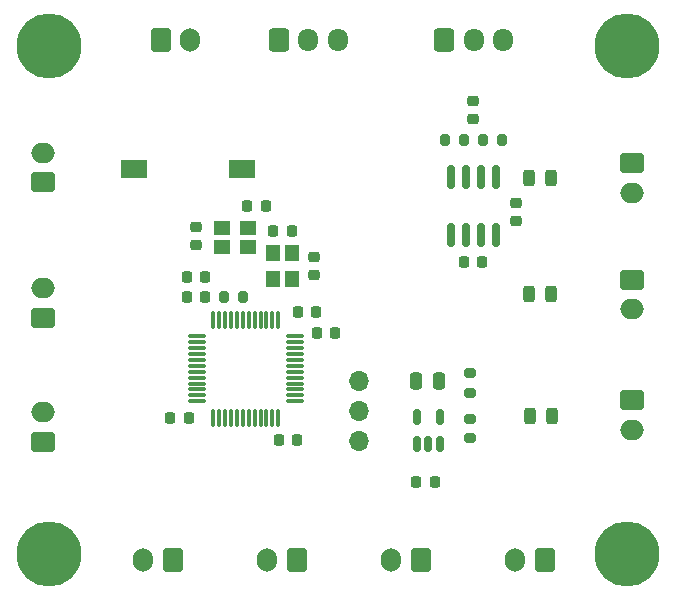
<source format=gbr>
%TF.GenerationSoftware,KiCad,Pcbnew,7.0.11-rc3*%
%TF.CreationDate,2025-03-16T23:26:39+08:00*%
%TF.ProjectId,dashboard,64617368-626f-4617-9264-2e6b69636164,rev?*%
%TF.SameCoordinates,Original*%
%TF.FileFunction,Soldermask,Top*%
%TF.FilePolarity,Negative*%
%FSLAX46Y46*%
G04 Gerber Fmt 4.6, Leading zero omitted, Abs format (unit mm)*
G04 Created by KiCad (PCBNEW 7.0.11-rc3) date 2025-03-16 23:26:39*
%MOMM*%
%LPD*%
G01*
G04 APERTURE LIST*
G04 Aperture macros list*
%AMRoundRect*
0 Rectangle with rounded corners*
0 $1 Rounding radius*
0 $2 $3 $4 $5 $6 $7 $8 $9 X,Y pos of 4 corners*
0 Add a 4 corners polygon primitive as box body*
4,1,4,$2,$3,$4,$5,$6,$7,$8,$9,$2,$3,0*
0 Add four circle primitives for the rounded corners*
1,1,$1+$1,$2,$3*
1,1,$1+$1,$4,$5*
1,1,$1+$1,$6,$7*
1,1,$1+$1,$8,$9*
0 Add four rect primitives between the rounded corners*
20,1,$1+$1,$2,$3,$4,$5,0*
20,1,$1+$1,$4,$5,$6,$7,0*
20,1,$1+$1,$6,$7,$8,$9,0*
20,1,$1+$1,$8,$9,$2,$3,0*%
G04 Aperture macros list end*
%ADD10RoundRect,0.250000X0.750000X-0.600000X0.750000X0.600000X-0.750000X0.600000X-0.750000X-0.600000X0*%
%ADD11O,2.000000X1.700000*%
%ADD12RoundRect,0.225000X0.225000X0.250000X-0.225000X0.250000X-0.225000X-0.250000X0.225000X-0.250000X0*%
%ADD13RoundRect,0.150000X0.150000X-0.825000X0.150000X0.825000X-0.150000X0.825000X-0.150000X-0.825000X0*%
%ADD14RoundRect,0.250000X0.600000X0.750000X-0.600000X0.750000X-0.600000X-0.750000X0.600000X-0.750000X0*%
%ADD15O,1.700000X2.000000*%
%ADD16RoundRect,0.243750X0.243750X0.456250X-0.243750X0.456250X-0.243750X-0.456250X0.243750X-0.456250X0*%
%ADD17O,1.700000X1.700000*%
%ADD18RoundRect,0.225000X-0.225000X-0.250000X0.225000X-0.250000X0.225000X0.250000X-0.225000X0.250000X0*%
%ADD19RoundRect,0.250000X-0.250000X-0.475000X0.250000X-0.475000X0.250000X0.475000X-0.250000X0.475000X0*%
%ADD20C,5.500000*%
%ADD21R,2.180000X1.600000*%
%ADD22RoundRect,0.225000X0.250000X-0.225000X0.250000X0.225000X-0.250000X0.225000X-0.250000X-0.225000X0*%
%ADD23RoundRect,0.150000X0.150000X-0.512500X0.150000X0.512500X-0.150000X0.512500X-0.150000X-0.512500X0*%
%ADD24RoundRect,0.075000X-0.075000X0.662500X-0.075000X-0.662500X0.075000X-0.662500X0.075000X0.662500X0*%
%ADD25RoundRect,0.075000X-0.662500X0.075000X-0.662500X-0.075000X0.662500X-0.075000X0.662500X0.075000X0*%
%ADD26RoundRect,0.200000X0.275000X-0.200000X0.275000X0.200000X-0.275000X0.200000X-0.275000X-0.200000X0*%
%ADD27RoundRect,0.250000X-0.600000X-0.725000X0.600000X-0.725000X0.600000X0.725000X-0.600000X0.725000X0*%
%ADD28O,1.700000X1.950000*%
%ADD29RoundRect,0.200000X-0.200000X-0.275000X0.200000X-0.275000X0.200000X0.275000X-0.200000X0.275000X0*%
%ADD30RoundRect,0.250000X-0.600000X-0.750000X0.600000X-0.750000X0.600000X0.750000X-0.600000X0.750000X0*%
%ADD31R,1.400000X1.200000*%
%ADD32RoundRect,0.250000X-0.750000X0.600000X-0.750000X-0.600000X0.750000X-0.600000X0.750000X0.600000X0*%
%ADD33R,1.200000X1.400000*%
%ADD34RoundRect,0.200000X-0.275000X0.200000X-0.275000X-0.200000X0.275000X-0.200000X0.275000X0.200000X0*%
%ADD35RoundRect,0.225000X-0.250000X0.225000X-0.250000X-0.225000X0.250000X-0.225000X0.250000X0.225000X0*%
G04 APERTURE END LIST*
D10*
%TO.C,J9*%
X62000000Y-82000000D03*
D11*
X62000000Y-79500000D03*
%TD*%
D12*
%TO.C,C8*%
X75750000Y-69700000D03*
X74200000Y-69700000D03*
%TD*%
D13*
%TO.C,U6*%
X96595000Y-64474998D03*
X97865000Y-64474998D03*
X99135000Y-64474998D03*
X100405000Y-64474998D03*
X100405000Y-59524998D03*
X99135000Y-59524998D03*
X97865000Y-59524998D03*
X96595000Y-59524998D03*
%TD*%
D14*
%TO.C,J5*%
X83500000Y-92000000D03*
D15*
X81000000Y-92000000D03*
%TD*%
D16*
%TO.C,D3*%
X105120000Y-79786625D03*
X103245000Y-79786625D03*
%TD*%
D14*
%TO.C,J6*%
X73000000Y-92000000D03*
D15*
X70500000Y-92000000D03*
%TD*%
D17*
%TO.C,J10*%
X88800000Y-81940000D03*
X88800000Y-79400000D03*
X88800000Y-76860000D03*
%TD*%
D10*
%TO.C,J8*%
X62000000Y-71500000D03*
D11*
X62000000Y-69000000D03*
%TD*%
D12*
%TO.C,C17*%
X99200000Y-66725000D03*
X97650000Y-66725000D03*
%TD*%
D18*
%TO.C,C4*%
X81525000Y-64125000D03*
X83075000Y-64125000D03*
%TD*%
D19*
%TO.C,C14*%
X93637500Y-76812500D03*
X95537500Y-76812500D03*
%TD*%
D20*
%TO.C,H4*%
X111500000Y-48500000D03*
%TD*%
D21*
%TO.C,SW1*%
X78890000Y-58900000D03*
X69710000Y-58900000D03*
%TD*%
D18*
%TO.C,C7*%
X83625000Y-71000000D03*
X85175000Y-71000000D03*
%TD*%
D20*
%TO.C,H1*%
X62500000Y-48500000D03*
%TD*%
D22*
%TO.C,C15*%
X98395000Y-54674998D03*
X98395000Y-53124998D03*
%TD*%
D10*
%TO.C,J7*%
X62000000Y-60000000D03*
D11*
X62000000Y-57500000D03*
%TD*%
D16*
%TO.C,D1*%
X105057500Y-59686625D03*
X103182500Y-59686625D03*
%TD*%
D23*
%TO.C,U7*%
X93700000Y-82200000D03*
X94650000Y-82200000D03*
X95600000Y-82200000D03*
X95600000Y-79925000D03*
X93700000Y-79925000D03*
%TD*%
D24*
%TO.C,U4*%
X81950000Y-71637500D03*
X81450000Y-71637500D03*
X80950000Y-71637500D03*
X80450000Y-71637500D03*
X79950000Y-71637500D03*
X79450000Y-71637500D03*
X78950000Y-71637500D03*
X78450000Y-71637500D03*
X77950000Y-71637500D03*
X77450000Y-71637500D03*
X76950000Y-71637500D03*
X76450000Y-71637500D03*
D25*
X75037500Y-73050000D03*
X75037500Y-73550000D03*
X75037500Y-74050000D03*
X75037500Y-74550000D03*
X75037500Y-75050000D03*
X75037500Y-75550000D03*
X75037500Y-76050000D03*
X75037500Y-76550000D03*
X75037500Y-77050000D03*
X75037500Y-77550000D03*
X75037500Y-78050000D03*
X75037500Y-78550000D03*
D24*
X76450000Y-79962500D03*
X76950000Y-79962500D03*
X77450000Y-79962500D03*
X77950000Y-79962500D03*
X78450000Y-79962500D03*
X78950000Y-79962500D03*
X79450000Y-79962500D03*
X79950000Y-79962500D03*
X80450000Y-79962500D03*
X80950000Y-79962500D03*
X81450000Y-79962500D03*
X81950000Y-79962500D03*
D25*
X83362500Y-78550000D03*
X83362500Y-78050000D03*
X83362500Y-77550000D03*
X83362500Y-77050000D03*
X83362500Y-76550000D03*
X83362500Y-76050000D03*
X83362500Y-75550000D03*
X83362500Y-75050000D03*
X83362500Y-74550000D03*
X83362500Y-74050000D03*
X83362500Y-73550000D03*
X83362500Y-73050000D03*
%TD*%
D26*
%TO.C,R19*%
X98187500Y-81662500D03*
X98187500Y-80012500D03*
%TD*%
D27*
%TO.C,J13*%
X96000000Y-48000000D03*
D28*
X98500000Y-48000000D03*
X101000000Y-48000000D03*
%TD*%
D16*
%TO.C,D2*%
X105057500Y-69480000D03*
X103182500Y-69480000D03*
%TD*%
D22*
%TO.C,C3*%
X85000000Y-67875000D03*
X85000000Y-66325000D03*
%TD*%
D14*
%TO.C,J14*%
X104500000Y-92000000D03*
D15*
X102000000Y-92000000D03*
%TD*%
D18*
%TO.C,C1*%
X79325000Y-62000000D03*
X80875000Y-62000000D03*
%TD*%
D29*
%TO.C,R21*%
X96045000Y-56424998D03*
X97695000Y-56424998D03*
%TD*%
D12*
%TO.C,C5*%
X75775000Y-68000000D03*
X74225000Y-68000000D03*
%TD*%
D27*
%TO.C,J11*%
X82000000Y-48000000D03*
D28*
X84500000Y-48000000D03*
X87000000Y-48000000D03*
%TD*%
D30*
%TO.C,J12*%
X72000000Y-48000000D03*
D15*
X74500000Y-48000000D03*
%TD*%
D12*
%TO.C,C10*%
X74350000Y-80000000D03*
X72800000Y-80000000D03*
%TD*%
D29*
%TO.C,R7*%
X77325000Y-69700000D03*
X78975000Y-69700000D03*
%TD*%
D31*
%TO.C,Y1*%
X79400000Y-63875000D03*
X77200000Y-63875000D03*
X77200000Y-65475000D03*
X79400000Y-65475000D03*
%TD*%
D18*
%TO.C,C13*%
X93637500Y-85412500D03*
X95187500Y-85412500D03*
%TD*%
D32*
%TO.C,J1*%
X111920000Y-58386625D03*
D11*
X111920000Y-60886625D03*
%TD*%
D14*
%TO.C,J4*%
X94000000Y-92000000D03*
D15*
X91500000Y-92000000D03*
%TD*%
D32*
%TO.C,J3*%
X111920000Y-78486625D03*
D11*
X111920000Y-80986625D03*
%TD*%
D29*
%TO.C,R22*%
X99245000Y-56424998D03*
X100895000Y-56424998D03*
%TD*%
D33*
%TO.C,Y2*%
X83100000Y-68225000D03*
X83100000Y-66025000D03*
X81500000Y-66025000D03*
X81500000Y-68225000D03*
%TD*%
D32*
%TO.C,J2*%
X111920000Y-68280000D03*
D11*
X111920000Y-70780000D03*
%TD*%
D34*
%TO.C,R20*%
X98187500Y-76162500D03*
X98187500Y-77812500D03*
%TD*%
D20*
%TO.C,H2*%
X62500000Y-91500000D03*
%TD*%
D18*
%TO.C,C9*%
X85225000Y-72800000D03*
X86775000Y-72800000D03*
%TD*%
D20*
%TO.C,H3*%
X111500000Y-91500000D03*
%TD*%
D22*
%TO.C,C2*%
X75000000Y-65350000D03*
X75000000Y-63800000D03*
%TD*%
D35*
%TO.C,C16*%
X102100000Y-61750000D03*
X102100000Y-63300000D03*
%TD*%
D18*
%TO.C,C6*%
X82025000Y-81800000D03*
X83575000Y-81800000D03*
%TD*%
M02*

</source>
